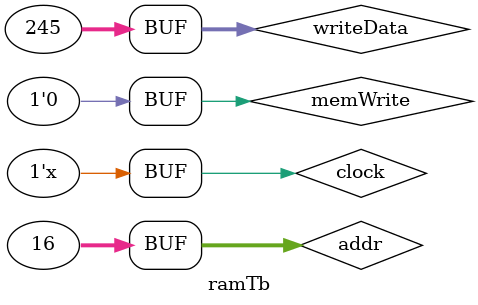
<source format=v>
`timescale 1ns / 1ps


//The testbench module for dmemory32
module ramTb();
    reg clock            = 1'b0;
    reg memWrite         = 1'b0;
    reg [31:0] addr      = 32'h0000_0010;
    reg [31:0] writeData = 32'ha000_0000;
    wire [31:0] readData;
    dmemory32 uram(clock,memWrite,addr,writeData,readData);
    always
    #50 clock = ~clock;
    initial begin
        #200
        writeData = 32'ha0000_00f5;
        memWrite  = 1'b1;
        #200
        memWrite = 1'b0;
    end
endmodule

</source>
